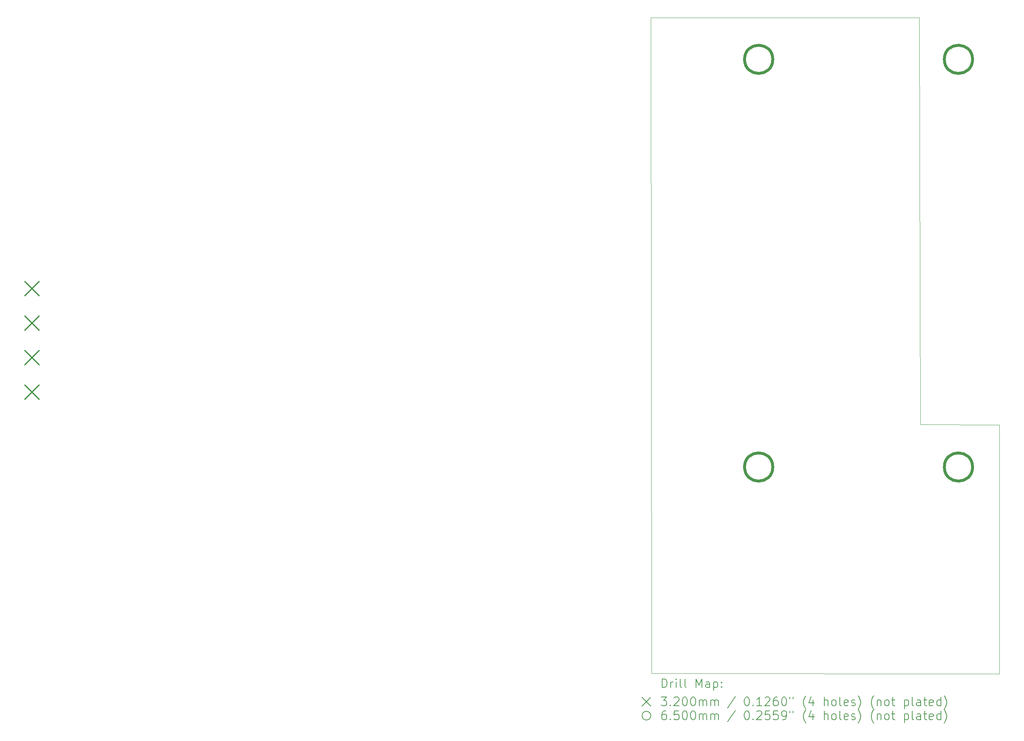
<source format=gbr>
%TF.GenerationSoftware,KiCad,Pcbnew,7.0.9*%
%TF.CreationDate,2024-01-08T16:14:44+05:30*%
%TF.ProjectId,Inverter,496e7665-7274-4657-922e-6b696361645f,rev?*%
%TF.SameCoordinates,Original*%
%TF.FileFunction,Drillmap*%
%TF.FilePolarity,Positive*%
%FSLAX45Y45*%
G04 Gerber Fmt 4.5, Leading zero omitted, Abs format (unit mm)*
G04 Created by KiCad (PCBNEW 7.0.9) date 2024-01-08 16:14:44*
%MOMM*%
%LPD*%
G01*
G04 APERTURE LIST*
%ADD10C,0.100000*%
%ADD11C,0.200000*%
%ADD12C,0.320000*%
%ADD13C,0.650000*%
G04 APERTURE END LIST*
D10*
X7520940Y-10642600D02*
X9342120Y-10650220D01*
X9344660Y-16393160D01*
X1330960Y-16383000D01*
X1320800Y-1267460D01*
X1323340Y-1267460D01*
X7495540Y-1267460D01*
X7520940Y-10642600D01*
D11*
D12*
X-13091380Y-7353820D02*
X-12771380Y-7673820D01*
X-12771380Y-7353820D02*
X-13091380Y-7673820D01*
X-13091380Y-8148820D02*
X-12771380Y-8468820D01*
X-12771380Y-8148820D02*
X-13091380Y-8468820D01*
X-13091380Y-8943820D02*
X-12771380Y-9263820D01*
X-12771380Y-8943820D02*
X-13091380Y-9263820D01*
X-13091380Y-9738820D02*
X-12771380Y-10058820D01*
X-12771380Y-9738820D02*
X-13091380Y-10058820D01*
D13*
X4126080Y-2224980D02*
G75*
G03*
X4126080Y-2224980I-325000J0D01*
G01*
X4126080Y-11624980D02*
G75*
G03*
X4126080Y-11624980I-325000J0D01*
G01*
X8726080Y-2224980D02*
G75*
G03*
X8726080Y-2224980I-325000J0D01*
G01*
X8726080Y-11624980D02*
G75*
G03*
X8726080Y-11624980I-325000J0D01*
G01*
D11*
X1576577Y-16709644D02*
X1576577Y-16509644D01*
X1576577Y-16509644D02*
X1624196Y-16509644D01*
X1624196Y-16509644D02*
X1652767Y-16519168D01*
X1652767Y-16519168D02*
X1671815Y-16538215D01*
X1671815Y-16538215D02*
X1681339Y-16557263D01*
X1681339Y-16557263D02*
X1690862Y-16595358D01*
X1690862Y-16595358D02*
X1690862Y-16623929D01*
X1690862Y-16623929D02*
X1681339Y-16662025D01*
X1681339Y-16662025D02*
X1671815Y-16681072D01*
X1671815Y-16681072D02*
X1652767Y-16700120D01*
X1652767Y-16700120D02*
X1624196Y-16709644D01*
X1624196Y-16709644D02*
X1576577Y-16709644D01*
X1776577Y-16709644D02*
X1776577Y-16576310D01*
X1776577Y-16614406D02*
X1786101Y-16595358D01*
X1786101Y-16595358D02*
X1795624Y-16585834D01*
X1795624Y-16585834D02*
X1814672Y-16576310D01*
X1814672Y-16576310D02*
X1833720Y-16576310D01*
X1900386Y-16709644D02*
X1900386Y-16576310D01*
X1900386Y-16509644D02*
X1890862Y-16519168D01*
X1890862Y-16519168D02*
X1900386Y-16528691D01*
X1900386Y-16528691D02*
X1909910Y-16519168D01*
X1909910Y-16519168D02*
X1900386Y-16509644D01*
X1900386Y-16509644D02*
X1900386Y-16528691D01*
X2024196Y-16709644D02*
X2005148Y-16700120D01*
X2005148Y-16700120D02*
X1995624Y-16681072D01*
X1995624Y-16681072D02*
X1995624Y-16509644D01*
X2128958Y-16709644D02*
X2109910Y-16700120D01*
X2109910Y-16700120D02*
X2100386Y-16681072D01*
X2100386Y-16681072D02*
X2100386Y-16509644D01*
X2357529Y-16709644D02*
X2357529Y-16509644D01*
X2357529Y-16509644D02*
X2424196Y-16652501D01*
X2424196Y-16652501D02*
X2490863Y-16509644D01*
X2490863Y-16509644D02*
X2490863Y-16709644D01*
X2671815Y-16709644D02*
X2671815Y-16604882D01*
X2671815Y-16604882D02*
X2662291Y-16585834D01*
X2662291Y-16585834D02*
X2643244Y-16576310D01*
X2643244Y-16576310D02*
X2605148Y-16576310D01*
X2605148Y-16576310D02*
X2586101Y-16585834D01*
X2671815Y-16700120D02*
X2652767Y-16709644D01*
X2652767Y-16709644D02*
X2605148Y-16709644D01*
X2605148Y-16709644D02*
X2586101Y-16700120D01*
X2586101Y-16700120D02*
X2576577Y-16681072D01*
X2576577Y-16681072D02*
X2576577Y-16662025D01*
X2576577Y-16662025D02*
X2586101Y-16642977D01*
X2586101Y-16642977D02*
X2605148Y-16633453D01*
X2605148Y-16633453D02*
X2652767Y-16633453D01*
X2652767Y-16633453D02*
X2671815Y-16623929D01*
X2767053Y-16576310D02*
X2767053Y-16776310D01*
X2767053Y-16585834D02*
X2786101Y-16576310D01*
X2786101Y-16576310D02*
X2824196Y-16576310D01*
X2824196Y-16576310D02*
X2843243Y-16585834D01*
X2843243Y-16585834D02*
X2852767Y-16595358D01*
X2852767Y-16595358D02*
X2862291Y-16614406D01*
X2862291Y-16614406D02*
X2862291Y-16671548D01*
X2862291Y-16671548D02*
X2852767Y-16690596D01*
X2852767Y-16690596D02*
X2843243Y-16700120D01*
X2843243Y-16700120D02*
X2824196Y-16709644D01*
X2824196Y-16709644D02*
X2786101Y-16709644D01*
X2786101Y-16709644D02*
X2767053Y-16700120D01*
X2948005Y-16690596D02*
X2957529Y-16700120D01*
X2957529Y-16700120D02*
X2948005Y-16709644D01*
X2948005Y-16709644D02*
X2938482Y-16700120D01*
X2938482Y-16700120D02*
X2948005Y-16690596D01*
X2948005Y-16690596D02*
X2948005Y-16709644D01*
X2948005Y-16585834D02*
X2957529Y-16595358D01*
X2957529Y-16595358D02*
X2948005Y-16604882D01*
X2948005Y-16604882D02*
X2938482Y-16595358D01*
X2938482Y-16595358D02*
X2948005Y-16585834D01*
X2948005Y-16585834D02*
X2948005Y-16604882D01*
X1115800Y-16938160D02*
X1315800Y-17138160D01*
X1315800Y-16938160D02*
X1115800Y-17138160D01*
X1557529Y-16929644D02*
X1681339Y-16929644D01*
X1681339Y-16929644D02*
X1614672Y-17005834D01*
X1614672Y-17005834D02*
X1643243Y-17005834D01*
X1643243Y-17005834D02*
X1662291Y-17015358D01*
X1662291Y-17015358D02*
X1671815Y-17024882D01*
X1671815Y-17024882D02*
X1681339Y-17043930D01*
X1681339Y-17043930D02*
X1681339Y-17091549D01*
X1681339Y-17091549D02*
X1671815Y-17110596D01*
X1671815Y-17110596D02*
X1662291Y-17120120D01*
X1662291Y-17120120D02*
X1643243Y-17129644D01*
X1643243Y-17129644D02*
X1586101Y-17129644D01*
X1586101Y-17129644D02*
X1567053Y-17120120D01*
X1567053Y-17120120D02*
X1557529Y-17110596D01*
X1767053Y-17110596D02*
X1776577Y-17120120D01*
X1776577Y-17120120D02*
X1767053Y-17129644D01*
X1767053Y-17129644D02*
X1757529Y-17120120D01*
X1757529Y-17120120D02*
X1767053Y-17110596D01*
X1767053Y-17110596D02*
X1767053Y-17129644D01*
X1852767Y-16948691D02*
X1862291Y-16939168D01*
X1862291Y-16939168D02*
X1881339Y-16929644D01*
X1881339Y-16929644D02*
X1928958Y-16929644D01*
X1928958Y-16929644D02*
X1948005Y-16939168D01*
X1948005Y-16939168D02*
X1957529Y-16948691D01*
X1957529Y-16948691D02*
X1967053Y-16967739D01*
X1967053Y-16967739D02*
X1967053Y-16986787D01*
X1967053Y-16986787D02*
X1957529Y-17015358D01*
X1957529Y-17015358D02*
X1843243Y-17129644D01*
X1843243Y-17129644D02*
X1967053Y-17129644D01*
X2090862Y-16929644D02*
X2109910Y-16929644D01*
X2109910Y-16929644D02*
X2128958Y-16939168D01*
X2128958Y-16939168D02*
X2138482Y-16948691D01*
X2138482Y-16948691D02*
X2148005Y-16967739D01*
X2148005Y-16967739D02*
X2157529Y-17005834D01*
X2157529Y-17005834D02*
X2157529Y-17053453D01*
X2157529Y-17053453D02*
X2148005Y-17091549D01*
X2148005Y-17091549D02*
X2138482Y-17110596D01*
X2138482Y-17110596D02*
X2128958Y-17120120D01*
X2128958Y-17120120D02*
X2109910Y-17129644D01*
X2109910Y-17129644D02*
X2090862Y-17129644D01*
X2090862Y-17129644D02*
X2071815Y-17120120D01*
X2071815Y-17120120D02*
X2062291Y-17110596D01*
X2062291Y-17110596D02*
X2052767Y-17091549D01*
X2052767Y-17091549D02*
X2043243Y-17053453D01*
X2043243Y-17053453D02*
X2043243Y-17005834D01*
X2043243Y-17005834D02*
X2052767Y-16967739D01*
X2052767Y-16967739D02*
X2062291Y-16948691D01*
X2062291Y-16948691D02*
X2071815Y-16939168D01*
X2071815Y-16939168D02*
X2090862Y-16929644D01*
X2281339Y-16929644D02*
X2300386Y-16929644D01*
X2300386Y-16929644D02*
X2319434Y-16939168D01*
X2319434Y-16939168D02*
X2328958Y-16948691D01*
X2328958Y-16948691D02*
X2338482Y-16967739D01*
X2338482Y-16967739D02*
X2348005Y-17005834D01*
X2348005Y-17005834D02*
X2348005Y-17053453D01*
X2348005Y-17053453D02*
X2338482Y-17091549D01*
X2338482Y-17091549D02*
X2328958Y-17110596D01*
X2328958Y-17110596D02*
X2319434Y-17120120D01*
X2319434Y-17120120D02*
X2300386Y-17129644D01*
X2300386Y-17129644D02*
X2281339Y-17129644D01*
X2281339Y-17129644D02*
X2262291Y-17120120D01*
X2262291Y-17120120D02*
X2252767Y-17110596D01*
X2252767Y-17110596D02*
X2243244Y-17091549D01*
X2243244Y-17091549D02*
X2233720Y-17053453D01*
X2233720Y-17053453D02*
X2233720Y-17005834D01*
X2233720Y-17005834D02*
X2243244Y-16967739D01*
X2243244Y-16967739D02*
X2252767Y-16948691D01*
X2252767Y-16948691D02*
X2262291Y-16939168D01*
X2262291Y-16939168D02*
X2281339Y-16929644D01*
X2433720Y-17129644D02*
X2433720Y-16996310D01*
X2433720Y-17015358D02*
X2443244Y-17005834D01*
X2443244Y-17005834D02*
X2462291Y-16996310D01*
X2462291Y-16996310D02*
X2490863Y-16996310D01*
X2490863Y-16996310D02*
X2509910Y-17005834D01*
X2509910Y-17005834D02*
X2519434Y-17024882D01*
X2519434Y-17024882D02*
X2519434Y-17129644D01*
X2519434Y-17024882D02*
X2528958Y-17005834D01*
X2528958Y-17005834D02*
X2548005Y-16996310D01*
X2548005Y-16996310D02*
X2576577Y-16996310D01*
X2576577Y-16996310D02*
X2595625Y-17005834D01*
X2595625Y-17005834D02*
X2605148Y-17024882D01*
X2605148Y-17024882D02*
X2605148Y-17129644D01*
X2700386Y-17129644D02*
X2700386Y-16996310D01*
X2700386Y-17015358D02*
X2709910Y-17005834D01*
X2709910Y-17005834D02*
X2728958Y-16996310D01*
X2728958Y-16996310D02*
X2757529Y-16996310D01*
X2757529Y-16996310D02*
X2776577Y-17005834D01*
X2776577Y-17005834D02*
X2786101Y-17024882D01*
X2786101Y-17024882D02*
X2786101Y-17129644D01*
X2786101Y-17024882D02*
X2795625Y-17005834D01*
X2795625Y-17005834D02*
X2814672Y-16996310D01*
X2814672Y-16996310D02*
X2843243Y-16996310D01*
X2843243Y-16996310D02*
X2862291Y-17005834D01*
X2862291Y-17005834D02*
X2871815Y-17024882D01*
X2871815Y-17024882D02*
X2871815Y-17129644D01*
X3262291Y-16920120D02*
X3090863Y-17177263D01*
X3519434Y-16929644D02*
X3538482Y-16929644D01*
X3538482Y-16929644D02*
X3557529Y-16939168D01*
X3557529Y-16939168D02*
X3567053Y-16948691D01*
X3567053Y-16948691D02*
X3576577Y-16967739D01*
X3576577Y-16967739D02*
X3586101Y-17005834D01*
X3586101Y-17005834D02*
X3586101Y-17053453D01*
X3586101Y-17053453D02*
X3576577Y-17091549D01*
X3576577Y-17091549D02*
X3567053Y-17110596D01*
X3567053Y-17110596D02*
X3557529Y-17120120D01*
X3557529Y-17120120D02*
X3538482Y-17129644D01*
X3538482Y-17129644D02*
X3519434Y-17129644D01*
X3519434Y-17129644D02*
X3500386Y-17120120D01*
X3500386Y-17120120D02*
X3490863Y-17110596D01*
X3490863Y-17110596D02*
X3481339Y-17091549D01*
X3481339Y-17091549D02*
X3471815Y-17053453D01*
X3471815Y-17053453D02*
X3471815Y-17005834D01*
X3471815Y-17005834D02*
X3481339Y-16967739D01*
X3481339Y-16967739D02*
X3490863Y-16948691D01*
X3490863Y-16948691D02*
X3500386Y-16939168D01*
X3500386Y-16939168D02*
X3519434Y-16929644D01*
X3671815Y-17110596D02*
X3681339Y-17120120D01*
X3681339Y-17120120D02*
X3671815Y-17129644D01*
X3671815Y-17129644D02*
X3662291Y-17120120D01*
X3662291Y-17120120D02*
X3671815Y-17110596D01*
X3671815Y-17110596D02*
X3671815Y-17129644D01*
X3871815Y-17129644D02*
X3757529Y-17129644D01*
X3814672Y-17129644D02*
X3814672Y-16929644D01*
X3814672Y-16929644D02*
X3795625Y-16958215D01*
X3795625Y-16958215D02*
X3776577Y-16977263D01*
X3776577Y-16977263D02*
X3757529Y-16986787D01*
X3948006Y-16948691D02*
X3957529Y-16939168D01*
X3957529Y-16939168D02*
X3976577Y-16929644D01*
X3976577Y-16929644D02*
X4024196Y-16929644D01*
X4024196Y-16929644D02*
X4043244Y-16939168D01*
X4043244Y-16939168D02*
X4052767Y-16948691D01*
X4052767Y-16948691D02*
X4062291Y-16967739D01*
X4062291Y-16967739D02*
X4062291Y-16986787D01*
X4062291Y-16986787D02*
X4052767Y-17015358D01*
X4052767Y-17015358D02*
X3938482Y-17129644D01*
X3938482Y-17129644D02*
X4062291Y-17129644D01*
X4233720Y-16929644D02*
X4195625Y-16929644D01*
X4195625Y-16929644D02*
X4176577Y-16939168D01*
X4176577Y-16939168D02*
X4167053Y-16948691D01*
X4167053Y-16948691D02*
X4148006Y-16977263D01*
X4148006Y-16977263D02*
X4138482Y-17015358D01*
X4138482Y-17015358D02*
X4138482Y-17091549D01*
X4138482Y-17091549D02*
X4148006Y-17110596D01*
X4148006Y-17110596D02*
X4157529Y-17120120D01*
X4157529Y-17120120D02*
X4176577Y-17129644D01*
X4176577Y-17129644D02*
X4214672Y-17129644D01*
X4214672Y-17129644D02*
X4233720Y-17120120D01*
X4233720Y-17120120D02*
X4243244Y-17110596D01*
X4243244Y-17110596D02*
X4252768Y-17091549D01*
X4252768Y-17091549D02*
X4252768Y-17043930D01*
X4252768Y-17043930D02*
X4243244Y-17024882D01*
X4243244Y-17024882D02*
X4233720Y-17015358D01*
X4233720Y-17015358D02*
X4214672Y-17005834D01*
X4214672Y-17005834D02*
X4176577Y-17005834D01*
X4176577Y-17005834D02*
X4157529Y-17015358D01*
X4157529Y-17015358D02*
X4148006Y-17024882D01*
X4148006Y-17024882D02*
X4138482Y-17043930D01*
X4376577Y-16929644D02*
X4395625Y-16929644D01*
X4395625Y-16929644D02*
X4414672Y-16939168D01*
X4414672Y-16939168D02*
X4424196Y-16948691D01*
X4424196Y-16948691D02*
X4433720Y-16967739D01*
X4433720Y-16967739D02*
X4443244Y-17005834D01*
X4443244Y-17005834D02*
X4443244Y-17053453D01*
X4443244Y-17053453D02*
X4433720Y-17091549D01*
X4433720Y-17091549D02*
X4424196Y-17110596D01*
X4424196Y-17110596D02*
X4414672Y-17120120D01*
X4414672Y-17120120D02*
X4395625Y-17129644D01*
X4395625Y-17129644D02*
X4376577Y-17129644D01*
X4376577Y-17129644D02*
X4357529Y-17120120D01*
X4357529Y-17120120D02*
X4348006Y-17110596D01*
X4348006Y-17110596D02*
X4338482Y-17091549D01*
X4338482Y-17091549D02*
X4328958Y-17053453D01*
X4328958Y-17053453D02*
X4328958Y-17005834D01*
X4328958Y-17005834D02*
X4338482Y-16967739D01*
X4338482Y-16967739D02*
X4348006Y-16948691D01*
X4348006Y-16948691D02*
X4357529Y-16939168D01*
X4357529Y-16939168D02*
X4376577Y-16929644D01*
X4519434Y-16929644D02*
X4519434Y-16967739D01*
X4595625Y-16929644D02*
X4595625Y-16967739D01*
X4890863Y-17205834D02*
X4881339Y-17196310D01*
X4881339Y-17196310D02*
X4862291Y-17167739D01*
X4862291Y-17167739D02*
X4852768Y-17148691D01*
X4852768Y-17148691D02*
X4843244Y-17120120D01*
X4843244Y-17120120D02*
X4833720Y-17072501D01*
X4833720Y-17072501D02*
X4833720Y-17034406D01*
X4833720Y-17034406D02*
X4843244Y-16986787D01*
X4843244Y-16986787D02*
X4852768Y-16958215D01*
X4852768Y-16958215D02*
X4862291Y-16939168D01*
X4862291Y-16939168D02*
X4881339Y-16910596D01*
X4881339Y-16910596D02*
X4890863Y-16901072D01*
X5052768Y-16996310D02*
X5052768Y-17129644D01*
X5005149Y-16920120D02*
X4957530Y-17062977D01*
X4957530Y-17062977D02*
X5081339Y-17062977D01*
X5309911Y-17129644D02*
X5309911Y-16929644D01*
X5395625Y-17129644D02*
X5395625Y-17024882D01*
X5395625Y-17024882D02*
X5386101Y-17005834D01*
X5386101Y-17005834D02*
X5367053Y-16996310D01*
X5367053Y-16996310D02*
X5338482Y-16996310D01*
X5338482Y-16996310D02*
X5319434Y-17005834D01*
X5319434Y-17005834D02*
X5309911Y-17015358D01*
X5519434Y-17129644D02*
X5500387Y-17120120D01*
X5500387Y-17120120D02*
X5490863Y-17110596D01*
X5490863Y-17110596D02*
X5481339Y-17091549D01*
X5481339Y-17091549D02*
X5481339Y-17034406D01*
X5481339Y-17034406D02*
X5490863Y-17015358D01*
X5490863Y-17015358D02*
X5500387Y-17005834D01*
X5500387Y-17005834D02*
X5519434Y-16996310D01*
X5519434Y-16996310D02*
X5548006Y-16996310D01*
X5548006Y-16996310D02*
X5567053Y-17005834D01*
X5567053Y-17005834D02*
X5576577Y-17015358D01*
X5576577Y-17015358D02*
X5586101Y-17034406D01*
X5586101Y-17034406D02*
X5586101Y-17091549D01*
X5586101Y-17091549D02*
X5576577Y-17110596D01*
X5576577Y-17110596D02*
X5567053Y-17120120D01*
X5567053Y-17120120D02*
X5548006Y-17129644D01*
X5548006Y-17129644D02*
X5519434Y-17129644D01*
X5700387Y-17129644D02*
X5681339Y-17120120D01*
X5681339Y-17120120D02*
X5671815Y-17101072D01*
X5671815Y-17101072D02*
X5671815Y-16929644D01*
X5852768Y-17120120D02*
X5833720Y-17129644D01*
X5833720Y-17129644D02*
X5795625Y-17129644D01*
X5795625Y-17129644D02*
X5776577Y-17120120D01*
X5776577Y-17120120D02*
X5767053Y-17101072D01*
X5767053Y-17101072D02*
X5767053Y-17024882D01*
X5767053Y-17024882D02*
X5776577Y-17005834D01*
X5776577Y-17005834D02*
X5795625Y-16996310D01*
X5795625Y-16996310D02*
X5833720Y-16996310D01*
X5833720Y-16996310D02*
X5852768Y-17005834D01*
X5852768Y-17005834D02*
X5862291Y-17024882D01*
X5862291Y-17024882D02*
X5862291Y-17043930D01*
X5862291Y-17043930D02*
X5767053Y-17062977D01*
X5938482Y-17120120D02*
X5957530Y-17129644D01*
X5957530Y-17129644D02*
X5995625Y-17129644D01*
X5995625Y-17129644D02*
X6014672Y-17120120D01*
X6014672Y-17120120D02*
X6024196Y-17101072D01*
X6024196Y-17101072D02*
X6024196Y-17091549D01*
X6024196Y-17091549D02*
X6014672Y-17072501D01*
X6014672Y-17072501D02*
X5995625Y-17062977D01*
X5995625Y-17062977D02*
X5967053Y-17062977D01*
X5967053Y-17062977D02*
X5948006Y-17053453D01*
X5948006Y-17053453D02*
X5938482Y-17034406D01*
X5938482Y-17034406D02*
X5938482Y-17024882D01*
X5938482Y-17024882D02*
X5948006Y-17005834D01*
X5948006Y-17005834D02*
X5967053Y-16996310D01*
X5967053Y-16996310D02*
X5995625Y-16996310D01*
X5995625Y-16996310D02*
X6014672Y-17005834D01*
X6090863Y-17205834D02*
X6100387Y-17196310D01*
X6100387Y-17196310D02*
X6119434Y-17167739D01*
X6119434Y-17167739D02*
X6128958Y-17148691D01*
X6128958Y-17148691D02*
X6138482Y-17120120D01*
X6138482Y-17120120D02*
X6148006Y-17072501D01*
X6148006Y-17072501D02*
X6148006Y-17034406D01*
X6148006Y-17034406D02*
X6138482Y-16986787D01*
X6138482Y-16986787D02*
X6128958Y-16958215D01*
X6128958Y-16958215D02*
X6119434Y-16939168D01*
X6119434Y-16939168D02*
X6100387Y-16910596D01*
X6100387Y-16910596D02*
X6090863Y-16901072D01*
X6452768Y-17205834D02*
X6443244Y-17196310D01*
X6443244Y-17196310D02*
X6424196Y-17167739D01*
X6424196Y-17167739D02*
X6414672Y-17148691D01*
X6414672Y-17148691D02*
X6405149Y-17120120D01*
X6405149Y-17120120D02*
X6395625Y-17072501D01*
X6395625Y-17072501D02*
X6395625Y-17034406D01*
X6395625Y-17034406D02*
X6405149Y-16986787D01*
X6405149Y-16986787D02*
X6414672Y-16958215D01*
X6414672Y-16958215D02*
X6424196Y-16939168D01*
X6424196Y-16939168D02*
X6443244Y-16910596D01*
X6443244Y-16910596D02*
X6452768Y-16901072D01*
X6528958Y-16996310D02*
X6528958Y-17129644D01*
X6528958Y-17015358D02*
X6538482Y-17005834D01*
X6538482Y-17005834D02*
X6557530Y-16996310D01*
X6557530Y-16996310D02*
X6586101Y-16996310D01*
X6586101Y-16996310D02*
X6605149Y-17005834D01*
X6605149Y-17005834D02*
X6614672Y-17024882D01*
X6614672Y-17024882D02*
X6614672Y-17129644D01*
X6738482Y-17129644D02*
X6719434Y-17120120D01*
X6719434Y-17120120D02*
X6709911Y-17110596D01*
X6709911Y-17110596D02*
X6700387Y-17091549D01*
X6700387Y-17091549D02*
X6700387Y-17034406D01*
X6700387Y-17034406D02*
X6709911Y-17015358D01*
X6709911Y-17015358D02*
X6719434Y-17005834D01*
X6719434Y-17005834D02*
X6738482Y-16996310D01*
X6738482Y-16996310D02*
X6767053Y-16996310D01*
X6767053Y-16996310D02*
X6786101Y-17005834D01*
X6786101Y-17005834D02*
X6795625Y-17015358D01*
X6795625Y-17015358D02*
X6805149Y-17034406D01*
X6805149Y-17034406D02*
X6805149Y-17091549D01*
X6805149Y-17091549D02*
X6795625Y-17110596D01*
X6795625Y-17110596D02*
X6786101Y-17120120D01*
X6786101Y-17120120D02*
X6767053Y-17129644D01*
X6767053Y-17129644D02*
X6738482Y-17129644D01*
X6862292Y-16996310D02*
X6938482Y-16996310D01*
X6890863Y-16929644D02*
X6890863Y-17101072D01*
X6890863Y-17101072D02*
X6900387Y-17120120D01*
X6900387Y-17120120D02*
X6919434Y-17129644D01*
X6919434Y-17129644D02*
X6938482Y-17129644D01*
X7157530Y-16996310D02*
X7157530Y-17196310D01*
X7157530Y-17005834D02*
X7176577Y-16996310D01*
X7176577Y-16996310D02*
X7214673Y-16996310D01*
X7214673Y-16996310D02*
X7233720Y-17005834D01*
X7233720Y-17005834D02*
X7243244Y-17015358D01*
X7243244Y-17015358D02*
X7252768Y-17034406D01*
X7252768Y-17034406D02*
X7252768Y-17091549D01*
X7252768Y-17091549D02*
X7243244Y-17110596D01*
X7243244Y-17110596D02*
X7233720Y-17120120D01*
X7233720Y-17120120D02*
X7214673Y-17129644D01*
X7214673Y-17129644D02*
X7176577Y-17129644D01*
X7176577Y-17129644D02*
X7157530Y-17120120D01*
X7367053Y-17129644D02*
X7348006Y-17120120D01*
X7348006Y-17120120D02*
X7338482Y-17101072D01*
X7338482Y-17101072D02*
X7338482Y-16929644D01*
X7528958Y-17129644D02*
X7528958Y-17024882D01*
X7528958Y-17024882D02*
X7519434Y-17005834D01*
X7519434Y-17005834D02*
X7500387Y-16996310D01*
X7500387Y-16996310D02*
X7462292Y-16996310D01*
X7462292Y-16996310D02*
X7443244Y-17005834D01*
X7528958Y-17120120D02*
X7509911Y-17129644D01*
X7509911Y-17129644D02*
X7462292Y-17129644D01*
X7462292Y-17129644D02*
X7443244Y-17120120D01*
X7443244Y-17120120D02*
X7433720Y-17101072D01*
X7433720Y-17101072D02*
X7433720Y-17082025D01*
X7433720Y-17082025D02*
X7443244Y-17062977D01*
X7443244Y-17062977D02*
X7462292Y-17053453D01*
X7462292Y-17053453D02*
X7509911Y-17053453D01*
X7509911Y-17053453D02*
X7528958Y-17043930D01*
X7595625Y-16996310D02*
X7671815Y-16996310D01*
X7624196Y-16929644D02*
X7624196Y-17101072D01*
X7624196Y-17101072D02*
X7633720Y-17120120D01*
X7633720Y-17120120D02*
X7652768Y-17129644D01*
X7652768Y-17129644D02*
X7671815Y-17129644D01*
X7814673Y-17120120D02*
X7795625Y-17129644D01*
X7795625Y-17129644D02*
X7757530Y-17129644D01*
X7757530Y-17129644D02*
X7738482Y-17120120D01*
X7738482Y-17120120D02*
X7728958Y-17101072D01*
X7728958Y-17101072D02*
X7728958Y-17024882D01*
X7728958Y-17024882D02*
X7738482Y-17005834D01*
X7738482Y-17005834D02*
X7757530Y-16996310D01*
X7757530Y-16996310D02*
X7795625Y-16996310D01*
X7795625Y-16996310D02*
X7814673Y-17005834D01*
X7814673Y-17005834D02*
X7824196Y-17024882D01*
X7824196Y-17024882D02*
X7824196Y-17043930D01*
X7824196Y-17043930D02*
X7728958Y-17062977D01*
X7995625Y-17129644D02*
X7995625Y-16929644D01*
X7995625Y-17120120D02*
X7976577Y-17129644D01*
X7976577Y-17129644D02*
X7938482Y-17129644D01*
X7938482Y-17129644D02*
X7919434Y-17120120D01*
X7919434Y-17120120D02*
X7909911Y-17110596D01*
X7909911Y-17110596D02*
X7900387Y-17091549D01*
X7900387Y-17091549D02*
X7900387Y-17034406D01*
X7900387Y-17034406D02*
X7909911Y-17015358D01*
X7909911Y-17015358D02*
X7919434Y-17005834D01*
X7919434Y-17005834D02*
X7938482Y-16996310D01*
X7938482Y-16996310D02*
X7976577Y-16996310D01*
X7976577Y-16996310D02*
X7995625Y-17005834D01*
X8071815Y-17205834D02*
X8081339Y-17196310D01*
X8081339Y-17196310D02*
X8100387Y-17167739D01*
X8100387Y-17167739D02*
X8109911Y-17148691D01*
X8109911Y-17148691D02*
X8119434Y-17120120D01*
X8119434Y-17120120D02*
X8128958Y-17072501D01*
X8128958Y-17072501D02*
X8128958Y-17034406D01*
X8128958Y-17034406D02*
X8119434Y-16986787D01*
X8119434Y-16986787D02*
X8109911Y-16958215D01*
X8109911Y-16958215D02*
X8100387Y-16939168D01*
X8100387Y-16939168D02*
X8081339Y-16910596D01*
X8081339Y-16910596D02*
X8071815Y-16901072D01*
X1315800Y-17358160D02*
G75*
G03*
X1315800Y-17358160I-100000J0D01*
G01*
X1662291Y-17249644D02*
X1624196Y-17249644D01*
X1624196Y-17249644D02*
X1605148Y-17259168D01*
X1605148Y-17259168D02*
X1595624Y-17268691D01*
X1595624Y-17268691D02*
X1576577Y-17297263D01*
X1576577Y-17297263D02*
X1567053Y-17335358D01*
X1567053Y-17335358D02*
X1567053Y-17411549D01*
X1567053Y-17411549D02*
X1576577Y-17430596D01*
X1576577Y-17430596D02*
X1586101Y-17440120D01*
X1586101Y-17440120D02*
X1605148Y-17449644D01*
X1605148Y-17449644D02*
X1643243Y-17449644D01*
X1643243Y-17449644D02*
X1662291Y-17440120D01*
X1662291Y-17440120D02*
X1671815Y-17430596D01*
X1671815Y-17430596D02*
X1681339Y-17411549D01*
X1681339Y-17411549D02*
X1681339Y-17363930D01*
X1681339Y-17363930D02*
X1671815Y-17344882D01*
X1671815Y-17344882D02*
X1662291Y-17335358D01*
X1662291Y-17335358D02*
X1643243Y-17325834D01*
X1643243Y-17325834D02*
X1605148Y-17325834D01*
X1605148Y-17325834D02*
X1586101Y-17335358D01*
X1586101Y-17335358D02*
X1576577Y-17344882D01*
X1576577Y-17344882D02*
X1567053Y-17363930D01*
X1767053Y-17430596D02*
X1776577Y-17440120D01*
X1776577Y-17440120D02*
X1767053Y-17449644D01*
X1767053Y-17449644D02*
X1757529Y-17440120D01*
X1757529Y-17440120D02*
X1767053Y-17430596D01*
X1767053Y-17430596D02*
X1767053Y-17449644D01*
X1957529Y-17249644D02*
X1862291Y-17249644D01*
X1862291Y-17249644D02*
X1852767Y-17344882D01*
X1852767Y-17344882D02*
X1862291Y-17335358D01*
X1862291Y-17335358D02*
X1881339Y-17325834D01*
X1881339Y-17325834D02*
X1928958Y-17325834D01*
X1928958Y-17325834D02*
X1948005Y-17335358D01*
X1948005Y-17335358D02*
X1957529Y-17344882D01*
X1957529Y-17344882D02*
X1967053Y-17363930D01*
X1967053Y-17363930D02*
X1967053Y-17411549D01*
X1967053Y-17411549D02*
X1957529Y-17430596D01*
X1957529Y-17430596D02*
X1948005Y-17440120D01*
X1948005Y-17440120D02*
X1928958Y-17449644D01*
X1928958Y-17449644D02*
X1881339Y-17449644D01*
X1881339Y-17449644D02*
X1862291Y-17440120D01*
X1862291Y-17440120D02*
X1852767Y-17430596D01*
X2090862Y-17249644D02*
X2109910Y-17249644D01*
X2109910Y-17249644D02*
X2128958Y-17259168D01*
X2128958Y-17259168D02*
X2138482Y-17268691D01*
X2138482Y-17268691D02*
X2148005Y-17287739D01*
X2148005Y-17287739D02*
X2157529Y-17325834D01*
X2157529Y-17325834D02*
X2157529Y-17373453D01*
X2157529Y-17373453D02*
X2148005Y-17411549D01*
X2148005Y-17411549D02*
X2138482Y-17430596D01*
X2138482Y-17430596D02*
X2128958Y-17440120D01*
X2128958Y-17440120D02*
X2109910Y-17449644D01*
X2109910Y-17449644D02*
X2090862Y-17449644D01*
X2090862Y-17449644D02*
X2071815Y-17440120D01*
X2071815Y-17440120D02*
X2062291Y-17430596D01*
X2062291Y-17430596D02*
X2052767Y-17411549D01*
X2052767Y-17411549D02*
X2043243Y-17373453D01*
X2043243Y-17373453D02*
X2043243Y-17325834D01*
X2043243Y-17325834D02*
X2052767Y-17287739D01*
X2052767Y-17287739D02*
X2062291Y-17268691D01*
X2062291Y-17268691D02*
X2071815Y-17259168D01*
X2071815Y-17259168D02*
X2090862Y-17249644D01*
X2281339Y-17249644D02*
X2300386Y-17249644D01*
X2300386Y-17249644D02*
X2319434Y-17259168D01*
X2319434Y-17259168D02*
X2328958Y-17268691D01*
X2328958Y-17268691D02*
X2338482Y-17287739D01*
X2338482Y-17287739D02*
X2348005Y-17325834D01*
X2348005Y-17325834D02*
X2348005Y-17373453D01*
X2348005Y-17373453D02*
X2338482Y-17411549D01*
X2338482Y-17411549D02*
X2328958Y-17430596D01*
X2328958Y-17430596D02*
X2319434Y-17440120D01*
X2319434Y-17440120D02*
X2300386Y-17449644D01*
X2300386Y-17449644D02*
X2281339Y-17449644D01*
X2281339Y-17449644D02*
X2262291Y-17440120D01*
X2262291Y-17440120D02*
X2252767Y-17430596D01*
X2252767Y-17430596D02*
X2243244Y-17411549D01*
X2243244Y-17411549D02*
X2233720Y-17373453D01*
X2233720Y-17373453D02*
X2233720Y-17325834D01*
X2233720Y-17325834D02*
X2243244Y-17287739D01*
X2243244Y-17287739D02*
X2252767Y-17268691D01*
X2252767Y-17268691D02*
X2262291Y-17259168D01*
X2262291Y-17259168D02*
X2281339Y-17249644D01*
X2433720Y-17449644D02*
X2433720Y-17316310D01*
X2433720Y-17335358D02*
X2443244Y-17325834D01*
X2443244Y-17325834D02*
X2462291Y-17316310D01*
X2462291Y-17316310D02*
X2490863Y-17316310D01*
X2490863Y-17316310D02*
X2509910Y-17325834D01*
X2509910Y-17325834D02*
X2519434Y-17344882D01*
X2519434Y-17344882D02*
X2519434Y-17449644D01*
X2519434Y-17344882D02*
X2528958Y-17325834D01*
X2528958Y-17325834D02*
X2548005Y-17316310D01*
X2548005Y-17316310D02*
X2576577Y-17316310D01*
X2576577Y-17316310D02*
X2595625Y-17325834D01*
X2595625Y-17325834D02*
X2605148Y-17344882D01*
X2605148Y-17344882D02*
X2605148Y-17449644D01*
X2700386Y-17449644D02*
X2700386Y-17316310D01*
X2700386Y-17335358D02*
X2709910Y-17325834D01*
X2709910Y-17325834D02*
X2728958Y-17316310D01*
X2728958Y-17316310D02*
X2757529Y-17316310D01*
X2757529Y-17316310D02*
X2776577Y-17325834D01*
X2776577Y-17325834D02*
X2786101Y-17344882D01*
X2786101Y-17344882D02*
X2786101Y-17449644D01*
X2786101Y-17344882D02*
X2795625Y-17325834D01*
X2795625Y-17325834D02*
X2814672Y-17316310D01*
X2814672Y-17316310D02*
X2843243Y-17316310D01*
X2843243Y-17316310D02*
X2862291Y-17325834D01*
X2862291Y-17325834D02*
X2871815Y-17344882D01*
X2871815Y-17344882D02*
X2871815Y-17449644D01*
X3262291Y-17240120D02*
X3090863Y-17497263D01*
X3519434Y-17249644D02*
X3538482Y-17249644D01*
X3538482Y-17249644D02*
X3557529Y-17259168D01*
X3557529Y-17259168D02*
X3567053Y-17268691D01*
X3567053Y-17268691D02*
X3576577Y-17287739D01*
X3576577Y-17287739D02*
X3586101Y-17325834D01*
X3586101Y-17325834D02*
X3586101Y-17373453D01*
X3586101Y-17373453D02*
X3576577Y-17411549D01*
X3576577Y-17411549D02*
X3567053Y-17430596D01*
X3567053Y-17430596D02*
X3557529Y-17440120D01*
X3557529Y-17440120D02*
X3538482Y-17449644D01*
X3538482Y-17449644D02*
X3519434Y-17449644D01*
X3519434Y-17449644D02*
X3500386Y-17440120D01*
X3500386Y-17440120D02*
X3490863Y-17430596D01*
X3490863Y-17430596D02*
X3481339Y-17411549D01*
X3481339Y-17411549D02*
X3471815Y-17373453D01*
X3471815Y-17373453D02*
X3471815Y-17325834D01*
X3471815Y-17325834D02*
X3481339Y-17287739D01*
X3481339Y-17287739D02*
X3490863Y-17268691D01*
X3490863Y-17268691D02*
X3500386Y-17259168D01*
X3500386Y-17259168D02*
X3519434Y-17249644D01*
X3671815Y-17430596D02*
X3681339Y-17440120D01*
X3681339Y-17440120D02*
X3671815Y-17449644D01*
X3671815Y-17449644D02*
X3662291Y-17440120D01*
X3662291Y-17440120D02*
X3671815Y-17430596D01*
X3671815Y-17430596D02*
X3671815Y-17449644D01*
X3757529Y-17268691D02*
X3767053Y-17259168D01*
X3767053Y-17259168D02*
X3786101Y-17249644D01*
X3786101Y-17249644D02*
X3833720Y-17249644D01*
X3833720Y-17249644D02*
X3852767Y-17259168D01*
X3852767Y-17259168D02*
X3862291Y-17268691D01*
X3862291Y-17268691D02*
X3871815Y-17287739D01*
X3871815Y-17287739D02*
X3871815Y-17306787D01*
X3871815Y-17306787D02*
X3862291Y-17335358D01*
X3862291Y-17335358D02*
X3748006Y-17449644D01*
X3748006Y-17449644D02*
X3871815Y-17449644D01*
X4052767Y-17249644D02*
X3957529Y-17249644D01*
X3957529Y-17249644D02*
X3948006Y-17344882D01*
X3948006Y-17344882D02*
X3957529Y-17335358D01*
X3957529Y-17335358D02*
X3976577Y-17325834D01*
X3976577Y-17325834D02*
X4024196Y-17325834D01*
X4024196Y-17325834D02*
X4043244Y-17335358D01*
X4043244Y-17335358D02*
X4052767Y-17344882D01*
X4052767Y-17344882D02*
X4062291Y-17363930D01*
X4062291Y-17363930D02*
X4062291Y-17411549D01*
X4062291Y-17411549D02*
X4052767Y-17430596D01*
X4052767Y-17430596D02*
X4043244Y-17440120D01*
X4043244Y-17440120D02*
X4024196Y-17449644D01*
X4024196Y-17449644D02*
X3976577Y-17449644D01*
X3976577Y-17449644D02*
X3957529Y-17440120D01*
X3957529Y-17440120D02*
X3948006Y-17430596D01*
X4243244Y-17249644D02*
X4148006Y-17249644D01*
X4148006Y-17249644D02*
X4138482Y-17344882D01*
X4138482Y-17344882D02*
X4148006Y-17335358D01*
X4148006Y-17335358D02*
X4167053Y-17325834D01*
X4167053Y-17325834D02*
X4214672Y-17325834D01*
X4214672Y-17325834D02*
X4233720Y-17335358D01*
X4233720Y-17335358D02*
X4243244Y-17344882D01*
X4243244Y-17344882D02*
X4252768Y-17363930D01*
X4252768Y-17363930D02*
X4252768Y-17411549D01*
X4252768Y-17411549D02*
X4243244Y-17430596D01*
X4243244Y-17430596D02*
X4233720Y-17440120D01*
X4233720Y-17440120D02*
X4214672Y-17449644D01*
X4214672Y-17449644D02*
X4167053Y-17449644D01*
X4167053Y-17449644D02*
X4148006Y-17440120D01*
X4148006Y-17440120D02*
X4138482Y-17430596D01*
X4348006Y-17449644D02*
X4386101Y-17449644D01*
X4386101Y-17449644D02*
X4405149Y-17440120D01*
X4405149Y-17440120D02*
X4414672Y-17430596D01*
X4414672Y-17430596D02*
X4433720Y-17402025D01*
X4433720Y-17402025D02*
X4443244Y-17363930D01*
X4443244Y-17363930D02*
X4443244Y-17287739D01*
X4443244Y-17287739D02*
X4433720Y-17268691D01*
X4433720Y-17268691D02*
X4424196Y-17259168D01*
X4424196Y-17259168D02*
X4405149Y-17249644D01*
X4405149Y-17249644D02*
X4367053Y-17249644D01*
X4367053Y-17249644D02*
X4348006Y-17259168D01*
X4348006Y-17259168D02*
X4338482Y-17268691D01*
X4338482Y-17268691D02*
X4328958Y-17287739D01*
X4328958Y-17287739D02*
X4328958Y-17335358D01*
X4328958Y-17335358D02*
X4338482Y-17354406D01*
X4338482Y-17354406D02*
X4348006Y-17363930D01*
X4348006Y-17363930D02*
X4367053Y-17373453D01*
X4367053Y-17373453D02*
X4405149Y-17373453D01*
X4405149Y-17373453D02*
X4424196Y-17363930D01*
X4424196Y-17363930D02*
X4433720Y-17354406D01*
X4433720Y-17354406D02*
X4443244Y-17335358D01*
X4519434Y-17249644D02*
X4519434Y-17287739D01*
X4595625Y-17249644D02*
X4595625Y-17287739D01*
X4890863Y-17525834D02*
X4881339Y-17516310D01*
X4881339Y-17516310D02*
X4862291Y-17487739D01*
X4862291Y-17487739D02*
X4852768Y-17468691D01*
X4852768Y-17468691D02*
X4843244Y-17440120D01*
X4843244Y-17440120D02*
X4833720Y-17392501D01*
X4833720Y-17392501D02*
X4833720Y-17354406D01*
X4833720Y-17354406D02*
X4843244Y-17306787D01*
X4843244Y-17306787D02*
X4852768Y-17278215D01*
X4852768Y-17278215D02*
X4862291Y-17259168D01*
X4862291Y-17259168D02*
X4881339Y-17230596D01*
X4881339Y-17230596D02*
X4890863Y-17221072D01*
X5052768Y-17316310D02*
X5052768Y-17449644D01*
X5005149Y-17240120D02*
X4957530Y-17382977D01*
X4957530Y-17382977D02*
X5081339Y-17382977D01*
X5309911Y-17449644D02*
X5309911Y-17249644D01*
X5395625Y-17449644D02*
X5395625Y-17344882D01*
X5395625Y-17344882D02*
X5386101Y-17325834D01*
X5386101Y-17325834D02*
X5367053Y-17316310D01*
X5367053Y-17316310D02*
X5338482Y-17316310D01*
X5338482Y-17316310D02*
X5319434Y-17325834D01*
X5319434Y-17325834D02*
X5309911Y-17335358D01*
X5519434Y-17449644D02*
X5500387Y-17440120D01*
X5500387Y-17440120D02*
X5490863Y-17430596D01*
X5490863Y-17430596D02*
X5481339Y-17411549D01*
X5481339Y-17411549D02*
X5481339Y-17354406D01*
X5481339Y-17354406D02*
X5490863Y-17335358D01*
X5490863Y-17335358D02*
X5500387Y-17325834D01*
X5500387Y-17325834D02*
X5519434Y-17316310D01*
X5519434Y-17316310D02*
X5548006Y-17316310D01*
X5548006Y-17316310D02*
X5567053Y-17325834D01*
X5567053Y-17325834D02*
X5576577Y-17335358D01*
X5576577Y-17335358D02*
X5586101Y-17354406D01*
X5586101Y-17354406D02*
X5586101Y-17411549D01*
X5586101Y-17411549D02*
X5576577Y-17430596D01*
X5576577Y-17430596D02*
X5567053Y-17440120D01*
X5567053Y-17440120D02*
X5548006Y-17449644D01*
X5548006Y-17449644D02*
X5519434Y-17449644D01*
X5700387Y-17449644D02*
X5681339Y-17440120D01*
X5681339Y-17440120D02*
X5671815Y-17421072D01*
X5671815Y-17421072D02*
X5671815Y-17249644D01*
X5852768Y-17440120D02*
X5833720Y-17449644D01*
X5833720Y-17449644D02*
X5795625Y-17449644D01*
X5795625Y-17449644D02*
X5776577Y-17440120D01*
X5776577Y-17440120D02*
X5767053Y-17421072D01*
X5767053Y-17421072D02*
X5767053Y-17344882D01*
X5767053Y-17344882D02*
X5776577Y-17325834D01*
X5776577Y-17325834D02*
X5795625Y-17316310D01*
X5795625Y-17316310D02*
X5833720Y-17316310D01*
X5833720Y-17316310D02*
X5852768Y-17325834D01*
X5852768Y-17325834D02*
X5862291Y-17344882D01*
X5862291Y-17344882D02*
X5862291Y-17363930D01*
X5862291Y-17363930D02*
X5767053Y-17382977D01*
X5938482Y-17440120D02*
X5957530Y-17449644D01*
X5957530Y-17449644D02*
X5995625Y-17449644D01*
X5995625Y-17449644D02*
X6014672Y-17440120D01*
X6014672Y-17440120D02*
X6024196Y-17421072D01*
X6024196Y-17421072D02*
X6024196Y-17411549D01*
X6024196Y-17411549D02*
X6014672Y-17392501D01*
X6014672Y-17392501D02*
X5995625Y-17382977D01*
X5995625Y-17382977D02*
X5967053Y-17382977D01*
X5967053Y-17382977D02*
X5948006Y-17373453D01*
X5948006Y-17373453D02*
X5938482Y-17354406D01*
X5938482Y-17354406D02*
X5938482Y-17344882D01*
X5938482Y-17344882D02*
X5948006Y-17325834D01*
X5948006Y-17325834D02*
X5967053Y-17316310D01*
X5967053Y-17316310D02*
X5995625Y-17316310D01*
X5995625Y-17316310D02*
X6014672Y-17325834D01*
X6090863Y-17525834D02*
X6100387Y-17516310D01*
X6100387Y-17516310D02*
X6119434Y-17487739D01*
X6119434Y-17487739D02*
X6128958Y-17468691D01*
X6128958Y-17468691D02*
X6138482Y-17440120D01*
X6138482Y-17440120D02*
X6148006Y-17392501D01*
X6148006Y-17392501D02*
X6148006Y-17354406D01*
X6148006Y-17354406D02*
X6138482Y-17306787D01*
X6138482Y-17306787D02*
X6128958Y-17278215D01*
X6128958Y-17278215D02*
X6119434Y-17259168D01*
X6119434Y-17259168D02*
X6100387Y-17230596D01*
X6100387Y-17230596D02*
X6090863Y-17221072D01*
X6452768Y-17525834D02*
X6443244Y-17516310D01*
X6443244Y-17516310D02*
X6424196Y-17487739D01*
X6424196Y-17487739D02*
X6414672Y-17468691D01*
X6414672Y-17468691D02*
X6405149Y-17440120D01*
X6405149Y-17440120D02*
X6395625Y-17392501D01*
X6395625Y-17392501D02*
X6395625Y-17354406D01*
X6395625Y-17354406D02*
X6405149Y-17306787D01*
X6405149Y-17306787D02*
X6414672Y-17278215D01*
X6414672Y-17278215D02*
X6424196Y-17259168D01*
X6424196Y-17259168D02*
X6443244Y-17230596D01*
X6443244Y-17230596D02*
X6452768Y-17221072D01*
X6528958Y-17316310D02*
X6528958Y-17449644D01*
X6528958Y-17335358D02*
X6538482Y-17325834D01*
X6538482Y-17325834D02*
X6557530Y-17316310D01*
X6557530Y-17316310D02*
X6586101Y-17316310D01*
X6586101Y-17316310D02*
X6605149Y-17325834D01*
X6605149Y-17325834D02*
X6614672Y-17344882D01*
X6614672Y-17344882D02*
X6614672Y-17449644D01*
X6738482Y-17449644D02*
X6719434Y-17440120D01*
X6719434Y-17440120D02*
X6709911Y-17430596D01*
X6709911Y-17430596D02*
X6700387Y-17411549D01*
X6700387Y-17411549D02*
X6700387Y-17354406D01*
X6700387Y-17354406D02*
X6709911Y-17335358D01*
X6709911Y-17335358D02*
X6719434Y-17325834D01*
X6719434Y-17325834D02*
X6738482Y-17316310D01*
X6738482Y-17316310D02*
X6767053Y-17316310D01*
X6767053Y-17316310D02*
X6786101Y-17325834D01*
X6786101Y-17325834D02*
X6795625Y-17335358D01*
X6795625Y-17335358D02*
X6805149Y-17354406D01*
X6805149Y-17354406D02*
X6805149Y-17411549D01*
X6805149Y-17411549D02*
X6795625Y-17430596D01*
X6795625Y-17430596D02*
X6786101Y-17440120D01*
X6786101Y-17440120D02*
X6767053Y-17449644D01*
X6767053Y-17449644D02*
X6738482Y-17449644D01*
X6862292Y-17316310D02*
X6938482Y-17316310D01*
X6890863Y-17249644D02*
X6890863Y-17421072D01*
X6890863Y-17421072D02*
X6900387Y-17440120D01*
X6900387Y-17440120D02*
X6919434Y-17449644D01*
X6919434Y-17449644D02*
X6938482Y-17449644D01*
X7157530Y-17316310D02*
X7157530Y-17516310D01*
X7157530Y-17325834D02*
X7176577Y-17316310D01*
X7176577Y-17316310D02*
X7214673Y-17316310D01*
X7214673Y-17316310D02*
X7233720Y-17325834D01*
X7233720Y-17325834D02*
X7243244Y-17335358D01*
X7243244Y-17335358D02*
X7252768Y-17354406D01*
X7252768Y-17354406D02*
X7252768Y-17411549D01*
X7252768Y-17411549D02*
X7243244Y-17430596D01*
X7243244Y-17430596D02*
X7233720Y-17440120D01*
X7233720Y-17440120D02*
X7214673Y-17449644D01*
X7214673Y-17449644D02*
X7176577Y-17449644D01*
X7176577Y-17449644D02*
X7157530Y-17440120D01*
X7367053Y-17449644D02*
X7348006Y-17440120D01*
X7348006Y-17440120D02*
X7338482Y-17421072D01*
X7338482Y-17421072D02*
X7338482Y-17249644D01*
X7528958Y-17449644D02*
X7528958Y-17344882D01*
X7528958Y-17344882D02*
X7519434Y-17325834D01*
X7519434Y-17325834D02*
X7500387Y-17316310D01*
X7500387Y-17316310D02*
X7462292Y-17316310D01*
X7462292Y-17316310D02*
X7443244Y-17325834D01*
X7528958Y-17440120D02*
X7509911Y-17449644D01*
X7509911Y-17449644D02*
X7462292Y-17449644D01*
X7462292Y-17449644D02*
X7443244Y-17440120D01*
X7443244Y-17440120D02*
X7433720Y-17421072D01*
X7433720Y-17421072D02*
X7433720Y-17402025D01*
X7433720Y-17402025D02*
X7443244Y-17382977D01*
X7443244Y-17382977D02*
X7462292Y-17373453D01*
X7462292Y-17373453D02*
X7509911Y-17373453D01*
X7509911Y-17373453D02*
X7528958Y-17363930D01*
X7595625Y-17316310D02*
X7671815Y-17316310D01*
X7624196Y-17249644D02*
X7624196Y-17421072D01*
X7624196Y-17421072D02*
X7633720Y-17440120D01*
X7633720Y-17440120D02*
X7652768Y-17449644D01*
X7652768Y-17449644D02*
X7671815Y-17449644D01*
X7814673Y-17440120D02*
X7795625Y-17449644D01*
X7795625Y-17449644D02*
X7757530Y-17449644D01*
X7757530Y-17449644D02*
X7738482Y-17440120D01*
X7738482Y-17440120D02*
X7728958Y-17421072D01*
X7728958Y-17421072D02*
X7728958Y-17344882D01*
X7728958Y-17344882D02*
X7738482Y-17325834D01*
X7738482Y-17325834D02*
X7757530Y-17316310D01*
X7757530Y-17316310D02*
X7795625Y-17316310D01*
X7795625Y-17316310D02*
X7814673Y-17325834D01*
X7814673Y-17325834D02*
X7824196Y-17344882D01*
X7824196Y-17344882D02*
X7824196Y-17363930D01*
X7824196Y-17363930D02*
X7728958Y-17382977D01*
X7995625Y-17449644D02*
X7995625Y-17249644D01*
X7995625Y-17440120D02*
X7976577Y-17449644D01*
X7976577Y-17449644D02*
X7938482Y-17449644D01*
X7938482Y-17449644D02*
X7919434Y-17440120D01*
X7919434Y-17440120D02*
X7909911Y-17430596D01*
X7909911Y-17430596D02*
X7900387Y-17411549D01*
X7900387Y-17411549D02*
X7900387Y-17354406D01*
X7900387Y-17354406D02*
X7909911Y-17335358D01*
X7909911Y-17335358D02*
X7919434Y-17325834D01*
X7919434Y-17325834D02*
X7938482Y-17316310D01*
X7938482Y-17316310D02*
X7976577Y-17316310D01*
X7976577Y-17316310D02*
X7995625Y-17325834D01*
X8071815Y-17525834D02*
X8081339Y-17516310D01*
X8081339Y-17516310D02*
X8100387Y-17487739D01*
X8100387Y-17487739D02*
X8109911Y-17468691D01*
X8109911Y-17468691D02*
X8119434Y-17440120D01*
X8119434Y-17440120D02*
X8128958Y-17392501D01*
X8128958Y-17392501D02*
X8128958Y-17354406D01*
X8128958Y-17354406D02*
X8119434Y-17306787D01*
X8119434Y-17306787D02*
X8109911Y-17278215D01*
X8109911Y-17278215D02*
X8100387Y-17259168D01*
X8100387Y-17259168D02*
X8081339Y-17230596D01*
X8081339Y-17230596D02*
X8071815Y-17221072D01*
M02*

</source>
